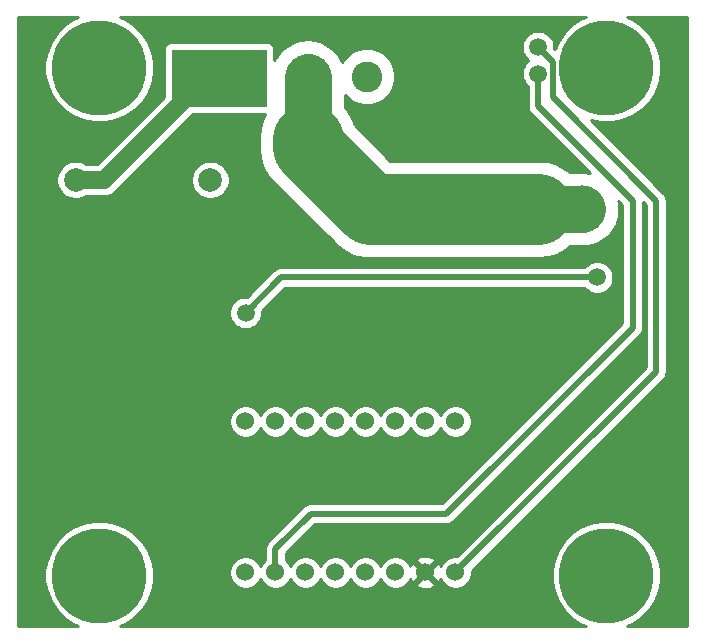
<source format=gbr>
G04 #@! TF.GenerationSoftware,KiCad,Pcbnew,(5.1.4-0-10_14)*
G04 #@! TF.CreationDate,2020-08-02T20:06:06+03:00*
G04 #@! TF.ProjectId,smart-plug,736d6172-742d-4706-9c75-672e6b696361,rev?*
G04 #@! TF.SameCoordinates,Original*
G04 #@! TF.FileFunction,Copper,L2,Bot*
G04 #@! TF.FilePolarity,Positive*
%FSLAX46Y46*%
G04 Gerber Fmt 4.6, Leading zero omitted, Abs format (unit mm)*
G04 Created by KiCad (PCBNEW (5.1.4-0-10_14)) date 2020-08-02 20:06:06*
%MOMM*%
%LPD*%
G04 APERTURE LIST*
%ADD10C,0.100000*%
%ADD11C,1.524000*%
%ADD12C,2.000000*%
%ADD13C,2.600000*%
%ADD14R,2.600000X2.600000*%
%ADD15C,8.000000*%
%ADD16C,1.500000*%
%ADD17C,4.000000*%
%ADD18C,1.500000*%
%ADD19C,0.508000*%
%ADD20C,4.000000*%
%ADD21C,6.000000*%
%ADD22C,0.254000*%
G04 APERTURE END LIST*
D10*
G36*
X137750000Y-61250000D02*
G01*
X129750000Y-61250000D01*
X129750000Y-56500000D01*
X137750000Y-56500000D01*
X137750000Y-61250000D01*
G37*
X137750000Y-61250000D02*
X129750000Y-61250000D01*
X129750000Y-56500000D01*
X137750000Y-56500000D01*
X137750000Y-61250000D01*
D11*
X153760000Y-100740000D03*
X151220000Y-100740000D03*
X148680000Y-100740000D03*
X146140000Y-100740000D03*
X143600000Y-100740000D03*
X141060000Y-100740000D03*
X138520000Y-100740000D03*
X135980000Y-100740000D03*
X153760000Y-87950000D03*
X151220000Y-87950000D03*
X148680000Y-87950000D03*
X146140000Y-87950000D03*
X143600000Y-87950000D03*
X141060000Y-87950000D03*
X138520000Y-87950000D03*
X135980000Y-87950000D03*
D12*
X133000000Y-67500000D03*
X121600000Y-67500000D03*
D13*
X146250000Y-58750000D03*
X141250000Y-58750000D03*
X136250000Y-58750000D03*
D14*
X131250000Y-58750000D03*
D15*
X123592000Y-100998000D03*
X166535000Y-57998000D03*
X123592000Y-57998000D03*
X166535000Y-100998000D03*
D16*
X135750000Y-69500000D03*
X121500000Y-63500000D03*
X160750000Y-56250000D03*
X135987500Y-78762500D03*
X165750000Y-75750000D03*
D17*
X164500000Y-70000000D03*
D16*
X160750000Y-58500000D03*
D18*
X124000000Y-67500000D02*
X131250000Y-60250000D01*
X131250000Y-60250000D02*
X131250000Y-58750000D01*
X121600000Y-67500000D02*
X124000000Y-67500000D01*
D19*
X162008001Y-57508001D02*
X160750000Y-56250000D01*
X162008001Y-60508001D02*
X162008001Y-57508001D01*
X170750000Y-69250000D02*
X162008001Y-60508001D01*
X170750000Y-83750000D02*
X169125000Y-85375000D01*
X170750000Y-69250000D02*
X170750000Y-83750000D01*
X169125000Y-85375000D02*
X153760000Y-100740000D01*
X170000000Y-84500000D02*
X169125000Y-85375000D01*
X139000000Y-75750000D02*
X135987500Y-78762500D01*
X165750000Y-75750000D02*
X139000000Y-75750000D01*
D20*
X164500000Y-70000000D02*
X160750000Y-70000000D01*
X141250000Y-58750000D02*
X141250000Y-64000000D01*
D21*
X146500000Y-70000000D02*
X141250000Y-64750000D01*
X141250000Y-64750000D02*
X141250000Y-64000000D01*
X160750000Y-70000000D02*
X146500000Y-70000000D01*
D19*
X168750000Y-69250000D02*
X160750000Y-61250000D01*
X168750000Y-80000000D02*
X168750000Y-69250000D01*
X141500000Y-95750000D02*
X153000000Y-95750000D01*
X138520000Y-98730000D02*
X141500000Y-95750000D01*
X153000000Y-95750000D02*
X168750000Y-80000000D01*
X160750000Y-61250000D02*
X160750000Y-58500000D01*
X138520000Y-100740000D02*
X138520000Y-98730000D01*
D22*
G36*
X121396504Y-53890516D02*
G01*
X120637360Y-54397760D01*
X119991760Y-55043360D01*
X119484516Y-55802504D01*
X119135120Y-56646020D01*
X118957000Y-57541492D01*
X118957000Y-58454508D01*
X119135120Y-59349980D01*
X119484516Y-60193496D01*
X119991760Y-60952640D01*
X120637360Y-61598240D01*
X121396504Y-62105484D01*
X122240020Y-62454880D01*
X123135492Y-62633000D01*
X124048508Y-62633000D01*
X124943980Y-62454880D01*
X125787496Y-62105484D01*
X126546640Y-61598240D01*
X127192240Y-60952640D01*
X127699484Y-60193496D01*
X128048880Y-59349980D01*
X128227000Y-58454508D01*
X128227000Y-57541492D01*
X128048880Y-56646020D01*
X127699484Y-55802504D01*
X127192240Y-55043360D01*
X126546640Y-54397760D01*
X125787496Y-53890516D01*
X125346864Y-53708000D01*
X164780136Y-53708000D01*
X164339504Y-53890516D01*
X163580360Y-54397760D01*
X162934760Y-55043360D01*
X162427516Y-55802504D01*
X162173350Y-56416114D01*
X162135000Y-56377764D01*
X162135000Y-56113589D01*
X162081775Y-55846011D01*
X161977371Y-55593957D01*
X161825799Y-55367114D01*
X161632886Y-55174201D01*
X161406043Y-55022629D01*
X161153989Y-54918225D01*
X160886411Y-54865000D01*
X160613589Y-54865000D01*
X160346011Y-54918225D01*
X160093957Y-55022629D01*
X159867114Y-55174201D01*
X159674201Y-55367114D01*
X159522629Y-55593957D01*
X159418225Y-55846011D01*
X159365000Y-56113589D01*
X159365000Y-56386411D01*
X159418225Y-56653989D01*
X159522629Y-56906043D01*
X159674201Y-57132886D01*
X159867114Y-57325799D01*
X159940748Y-57375000D01*
X159867114Y-57424201D01*
X159674201Y-57617114D01*
X159522629Y-57843957D01*
X159418225Y-58096011D01*
X159365000Y-58363589D01*
X159365000Y-58636411D01*
X159418225Y-58903989D01*
X159522629Y-59156043D01*
X159674201Y-59382886D01*
X159861001Y-59569686D01*
X159861000Y-61206340D01*
X159856700Y-61250000D01*
X159861000Y-61293660D01*
X159861000Y-61293666D01*
X159873864Y-61424273D01*
X159902857Y-61519850D01*
X159924698Y-61591852D01*
X159935358Y-61611795D01*
X160007247Y-61746290D01*
X160118341Y-61881659D01*
X160152264Y-61909499D01*
X165181915Y-66939150D01*
X165112999Y-66918245D01*
X164959381Y-66903115D01*
X164807983Y-66873000D01*
X163445166Y-66873000D01*
X163053932Y-66551922D01*
X162336976Y-66168701D01*
X161559033Y-65932715D01*
X160952738Y-65873000D01*
X148209459Y-65873000D01*
X145225782Y-62889323D01*
X145081299Y-62413025D01*
X144698078Y-61696068D01*
X144377000Y-61304834D01*
X144377000Y-60309296D01*
X144702878Y-60635174D01*
X145100385Y-60900779D01*
X145542070Y-61083732D01*
X146010961Y-61177000D01*
X146489039Y-61177000D01*
X146957930Y-61083732D01*
X147399615Y-60900779D01*
X147797122Y-60635174D01*
X148135174Y-60297122D01*
X148400779Y-59899615D01*
X148583732Y-59457930D01*
X148677000Y-58989039D01*
X148677000Y-58510961D01*
X148583732Y-58042070D01*
X148400779Y-57600385D01*
X148135174Y-57202878D01*
X147797122Y-56864826D01*
X147399615Y-56599221D01*
X146957930Y-56416268D01*
X146489039Y-56323000D01*
X146010961Y-56323000D01*
X145542070Y-56416268D01*
X145100385Y-56599221D01*
X144702878Y-56864826D01*
X144364826Y-57202878D01*
X144144758Y-57532233D01*
X143862586Y-57004326D01*
X143471821Y-56528179D01*
X142995673Y-56137414D01*
X142452440Y-55847050D01*
X141862998Y-55668245D01*
X141250000Y-55607870D01*
X140637001Y-55668245D01*
X140047559Y-55847050D01*
X139504326Y-56137414D01*
X139028179Y-56528179D01*
X138637414Y-57004327D01*
X138435000Y-57383017D01*
X138435000Y-56500000D01*
X138428710Y-56435855D01*
X138422867Y-56371644D01*
X138422188Y-56369338D01*
X138421954Y-56366949D01*
X138403334Y-56305277D01*
X138385121Y-56243394D01*
X138384008Y-56241264D01*
X138383314Y-56238967D01*
X138353084Y-56182114D01*
X138323184Y-56124919D01*
X138321677Y-56123045D01*
X138320551Y-56120927D01*
X138279843Y-56071014D01*
X138239414Y-56020731D01*
X138237573Y-56019187D01*
X138236056Y-56017326D01*
X138186384Y-55976234D01*
X138137002Y-55934797D01*
X138134898Y-55933640D01*
X138133047Y-55932109D01*
X138076361Y-55901459D01*
X138019850Y-55870392D01*
X138017558Y-55869665D01*
X138015448Y-55868524D01*
X137953916Y-55849476D01*
X137892420Y-55829969D01*
X137890032Y-55829701D01*
X137887738Y-55828991D01*
X137823634Y-55822254D01*
X137759564Y-55815067D01*
X137754950Y-55815035D01*
X137754782Y-55815017D01*
X137754614Y-55815032D01*
X137750000Y-55815000D01*
X129750000Y-55815000D01*
X129685855Y-55821290D01*
X129621644Y-55827133D01*
X129619338Y-55827812D01*
X129616949Y-55828046D01*
X129555277Y-55846666D01*
X129493394Y-55864879D01*
X129491264Y-55865992D01*
X129488967Y-55866686D01*
X129432114Y-55896916D01*
X129374919Y-55926816D01*
X129373045Y-55928323D01*
X129370927Y-55929449D01*
X129321014Y-55970157D01*
X129270731Y-56010586D01*
X129269187Y-56012427D01*
X129267326Y-56013944D01*
X129226234Y-56063616D01*
X129184797Y-56112998D01*
X129183640Y-56115102D01*
X129182109Y-56116953D01*
X129151459Y-56173639D01*
X129120392Y-56230150D01*
X129119665Y-56232442D01*
X129118524Y-56234552D01*
X129099476Y-56296084D01*
X129079969Y-56357580D01*
X129079701Y-56359968D01*
X129078991Y-56362262D01*
X129072254Y-56426366D01*
X129065067Y-56490436D01*
X129065035Y-56495050D01*
X129065017Y-56495218D01*
X129065032Y-56495386D01*
X129065000Y-56500000D01*
X129065000Y-60476314D01*
X123426315Y-66115000D01*
X122470123Y-66115000D01*
X122374463Y-66051082D01*
X122076912Y-65927832D01*
X121761033Y-65865000D01*
X121438967Y-65865000D01*
X121123088Y-65927832D01*
X120825537Y-66051082D01*
X120557748Y-66230013D01*
X120330013Y-66457748D01*
X120151082Y-66725537D01*
X120027832Y-67023088D01*
X119965000Y-67338967D01*
X119965000Y-67661033D01*
X120027832Y-67976912D01*
X120151082Y-68274463D01*
X120330013Y-68542252D01*
X120557748Y-68769987D01*
X120825537Y-68948918D01*
X121123088Y-69072168D01*
X121438967Y-69135000D01*
X121761033Y-69135000D01*
X122076912Y-69072168D01*
X122374463Y-68948918D01*
X122470123Y-68885000D01*
X123931971Y-68885000D01*
X124000000Y-68891700D01*
X124068029Y-68885000D01*
X124068037Y-68885000D01*
X124271507Y-68864960D01*
X124532581Y-68785764D01*
X124773188Y-68657157D01*
X124984081Y-68484081D01*
X125027454Y-68431231D01*
X126119718Y-67338967D01*
X131365000Y-67338967D01*
X131365000Y-67661033D01*
X131427832Y-67976912D01*
X131551082Y-68274463D01*
X131730013Y-68542252D01*
X131957748Y-68769987D01*
X132225537Y-68948918D01*
X132523088Y-69072168D01*
X132838967Y-69135000D01*
X133161033Y-69135000D01*
X133476912Y-69072168D01*
X133774463Y-68948918D01*
X134042252Y-68769987D01*
X134269987Y-68542252D01*
X134448918Y-68274463D01*
X134572168Y-67976912D01*
X134635000Y-67661033D01*
X134635000Y-67338967D01*
X134572168Y-67023088D01*
X134448918Y-66725537D01*
X134269987Y-66457748D01*
X134042252Y-66230013D01*
X133774463Y-66051082D01*
X133476912Y-65927832D01*
X133161033Y-65865000D01*
X132838967Y-65865000D01*
X132523088Y-65927832D01*
X132225537Y-66051082D01*
X131957748Y-66230013D01*
X131730013Y-66457748D01*
X131551082Y-66725537D01*
X131427832Y-67023088D01*
X131365000Y-67338967D01*
X126119718Y-67338967D01*
X131523686Y-61935000D01*
X137674210Y-61935000D01*
X137418701Y-62413024D01*
X137182715Y-63190967D01*
X137123000Y-63797262D01*
X137123000Y-64547270D01*
X137103033Y-64750000D01*
X137123000Y-64952730D01*
X137123000Y-64952737D01*
X137182715Y-65559032D01*
X137418701Y-66336975D01*
X137801922Y-67053932D01*
X138317651Y-67682349D01*
X138475129Y-67811588D01*
X143438412Y-72774871D01*
X143567651Y-72932349D01*
X144196068Y-73448078D01*
X144913024Y-73831299D01*
X145454980Y-73995699D01*
X145690966Y-74067285D01*
X145770503Y-74075119D01*
X146297262Y-74127000D01*
X146297269Y-74127000D01*
X146499999Y-74146967D01*
X146702730Y-74127000D01*
X160952738Y-74127000D01*
X161559033Y-74067285D01*
X162336976Y-73831299D01*
X163053932Y-73448078D01*
X163445166Y-73127000D01*
X164807983Y-73127000D01*
X164959381Y-73096885D01*
X165112999Y-73081755D01*
X165260716Y-73036946D01*
X165412112Y-73006831D01*
X165554722Y-72947760D01*
X165702441Y-72902950D01*
X165838581Y-72830181D01*
X165981190Y-72771111D01*
X166109533Y-72685355D01*
X166245674Y-72612586D01*
X166365002Y-72514656D01*
X166493346Y-72428899D01*
X166602497Y-72319748D01*
X166721821Y-72221821D01*
X166819748Y-72102497D01*
X166928899Y-71993346D01*
X167014656Y-71865002D01*
X167112586Y-71745674D01*
X167185355Y-71609533D01*
X167271111Y-71481190D01*
X167330181Y-71338581D01*
X167402950Y-71202441D01*
X167447760Y-71054722D01*
X167506831Y-70912112D01*
X167536946Y-70760716D01*
X167581755Y-70612999D01*
X167596885Y-70459381D01*
X167627000Y-70307983D01*
X167627000Y-70153618D01*
X167642130Y-70000000D01*
X167627000Y-69846382D01*
X167627000Y-69692017D01*
X167596885Y-69540619D01*
X167581755Y-69387001D01*
X167560850Y-69318086D01*
X167861001Y-69618237D01*
X167861000Y-79631764D01*
X152631765Y-94861000D01*
X141543659Y-94861000D01*
X141499999Y-94856700D01*
X141456339Y-94861000D01*
X141456333Y-94861000D01*
X141358924Y-94870594D01*
X141325724Y-94873864D01*
X141224058Y-94904704D01*
X141158149Y-94924697D01*
X141003709Y-95007247D01*
X140868341Y-95118341D01*
X140840501Y-95152264D01*
X137922259Y-98070506D01*
X137888342Y-98098341D01*
X137860507Y-98132258D01*
X137860505Y-98132260D01*
X137777248Y-98233709D01*
X137694698Y-98388148D01*
X137643864Y-98555726D01*
X137626700Y-98730000D01*
X137631001Y-98773670D01*
X137631001Y-99653854D01*
X137629465Y-99654880D01*
X137434880Y-99849465D01*
X137281995Y-100078273D01*
X137250000Y-100155515D01*
X137218005Y-100078273D01*
X137065120Y-99849465D01*
X136870535Y-99654880D01*
X136641727Y-99501995D01*
X136387490Y-99396686D01*
X136117592Y-99343000D01*
X135842408Y-99343000D01*
X135572510Y-99396686D01*
X135318273Y-99501995D01*
X135089465Y-99654880D01*
X134894880Y-99849465D01*
X134741995Y-100078273D01*
X134636686Y-100332510D01*
X134583000Y-100602408D01*
X134583000Y-100877592D01*
X134636686Y-101147490D01*
X134741995Y-101401727D01*
X134894880Y-101630535D01*
X135089465Y-101825120D01*
X135318273Y-101978005D01*
X135572510Y-102083314D01*
X135842408Y-102137000D01*
X136117592Y-102137000D01*
X136387490Y-102083314D01*
X136641727Y-101978005D01*
X136870535Y-101825120D01*
X137065120Y-101630535D01*
X137218005Y-101401727D01*
X137250000Y-101324485D01*
X137281995Y-101401727D01*
X137434880Y-101630535D01*
X137629465Y-101825120D01*
X137858273Y-101978005D01*
X138112510Y-102083314D01*
X138382408Y-102137000D01*
X138657592Y-102137000D01*
X138927490Y-102083314D01*
X139181727Y-101978005D01*
X139410535Y-101825120D01*
X139605120Y-101630535D01*
X139758005Y-101401727D01*
X139790000Y-101324485D01*
X139821995Y-101401727D01*
X139974880Y-101630535D01*
X140169465Y-101825120D01*
X140398273Y-101978005D01*
X140652510Y-102083314D01*
X140922408Y-102137000D01*
X141197592Y-102137000D01*
X141467490Y-102083314D01*
X141721727Y-101978005D01*
X141950535Y-101825120D01*
X142145120Y-101630535D01*
X142298005Y-101401727D01*
X142330000Y-101324485D01*
X142361995Y-101401727D01*
X142514880Y-101630535D01*
X142709465Y-101825120D01*
X142938273Y-101978005D01*
X143192510Y-102083314D01*
X143462408Y-102137000D01*
X143737592Y-102137000D01*
X144007490Y-102083314D01*
X144261727Y-101978005D01*
X144490535Y-101825120D01*
X144685120Y-101630535D01*
X144838005Y-101401727D01*
X144870000Y-101324485D01*
X144901995Y-101401727D01*
X145054880Y-101630535D01*
X145249465Y-101825120D01*
X145478273Y-101978005D01*
X145732510Y-102083314D01*
X146002408Y-102137000D01*
X146277592Y-102137000D01*
X146547490Y-102083314D01*
X146801727Y-101978005D01*
X147030535Y-101825120D01*
X147225120Y-101630535D01*
X147378005Y-101401727D01*
X147410000Y-101324485D01*
X147441995Y-101401727D01*
X147594880Y-101630535D01*
X147789465Y-101825120D01*
X148018273Y-101978005D01*
X148272510Y-102083314D01*
X148542408Y-102137000D01*
X148817592Y-102137000D01*
X149087490Y-102083314D01*
X149341727Y-101978005D01*
X149570535Y-101825120D01*
X149690090Y-101705565D01*
X150434040Y-101705565D01*
X150501020Y-101945656D01*
X150750048Y-102062756D01*
X151017135Y-102129023D01*
X151292017Y-102141910D01*
X151564133Y-102100922D01*
X151823023Y-102007636D01*
X151938980Y-101945656D01*
X152005960Y-101705565D01*
X151220000Y-100919605D01*
X150434040Y-101705565D01*
X149690090Y-101705565D01*
X149765120Y-101630535D01*
X149918005Y-101401727D01*
X149947692Y-101330057D01*
X149952364Y-101343023D01*
X150014344Y-101458980D01*
X150254435Y-101525960D01*
X151040395Y-100740000D01*
X150254435Y-99954040D01*
X150014344Y-100021020D01*
X149950515Y-100156760D01*
X149918005Y-100078273D01*
X149765120Y-99849465D01*
X149690090Y-99774435D01*
X150434040Y-99774435D01*
X151220000Y-100560395D01*
X152005960Y-99774435D01*
X151938980Y-99534344D01*
X151689952Y-99417244D01*
X151422865Y-99350977D01*
X151147983Y-99338090D01*
X150875867Y-99379078D01*
X150616977Y-99472364D01*
X150501020Y-99534344D01*
X150434040Y-99774435D01*
X149690090Y-99774435D01*
X149570535Y-99654880D01*
X149341727Y-99501995D01*
X149087490Y-99396686D01*
X148817592Y-99343000D01*
X148542408Y-99343000D01*
X148272510Y-99396686D01*
X148018273Y-99501995D01*
X147789465Y-99654880D01*
X147594880Y-99849465D01*
X147441995Y-100078273D01*
X147410000Y-100155515D01*
X147378005Y-100078273D01*
X147225120Y-99849465D01*
X147030535Y-99654880D01*
X146801727Y-99501995D01*
X146547490Y-99396686D01*
X146277592Y-99343000D01*
X146002408Y-99343000D01*
X145732510Y-99396686D01*
X145478273Y-99501995D01*
X145249465Y-99654880D01*
X145054880Y-99849465D01*
X144901995Y-100078273D01*
X144870000Y-100155515D01*
X144838005Y-100078273D01*
X144685120Y-99849465D01*
X144490535Y-99654880D01*
X144261727Y-99501995D01*
X144007490Y-99396686D01*
X143737592Y-99343000D01*
X143462408Y-99343000D01*
X143192510Y-99396686D01*
X142938273Y-99501995D01*
X142709465Y-99654880D01*
X142514880Y-99849465D01*
X142361995Y-100078273D01*
X142330000Y-100155515D01*
X142298005Y-100078273D01*
X142145120Y-99849465D01*
X141950535Y-99654880D01*
X141721727Y-99501995D01*
X141467490Y-99396686D01*
X141197592Y-99343000D01*
X140922408Y-99343000D01*
X140652510Y-99396686D01*
X140398273Y-99501995D01*
X140169465Y-99654880D01*
X139974880Y-99849465D01*
X139821995Y-100078273D01*
X139790000Y-100155515D01*
X139758005Y-100078273D01*
X139605120Y-99849465D01*
X139410535Y-99654880D01*
X139409000Y-99653854D01*
X139409000Y-99098235D01*
X141868235Y-96639000D01*
X152956340Y-96639000D01*
X153000000Y-96643300D01*
X153043660Y-96639000D01*
X153043667Y-96639000D01*
X153174274Y-96626136D01*
X153341851Y-96575303D01*
X153496291Y-96492753D01*
X153631659Y-96381659D01*
X153659499Y-96347736D01*
X169347743Y-80659493D01*
X169381659Y-80631659D01*
X169492753Y-80496291D01*
X169575303Y-80341851D01*
X169626136Y-80174274D01*
X169634016Y-80094275D01*
X169643301Y-80000000D01*
X169639000Y-79956332D01*
X169639000Y-69396236D01*
X169861000Y-69618236D01*
X169861001Y-83381763D01*
X169402259Y-83840505D01*
X168917040Y-84325725D01*
X153899404Y-99343361D01*
X153897592Y-99343000D01*
X153622408Y-99343000D01*
X153352510Y-99396686D01*
X153098273Y-99501995D01*
X152869465Y-99654880D01*
X152674880Y-99849465D01*
X152521995Y-100078273D01*
X152492308Y-100149943D01*
X152487636Y-100136977D01*
X152425656Y-100021020D01*
X152185565Y-99954040D01*
X151399605Y-100740000D01*
X152185565Y-101525960D01*
X152425656Y-101458980D01*
X152489485Y-101323240D01*
X152521995Y-101401727D01*
X152674880Y-101630535D01*
X152869465Y-101825120D01*
X153098273Y-101978005D01*
X153352510Y-102083314D01*
X153622408Y-102137000D01*
X153897592Y-102137000D01*
X154167490Y-102083314D01*
X154421727Y-101978005D01*
X154650535Y-101825120D01*
X154845120Y-101630535D01*
X154998005Y-101401727D01*
X155103314Y-101147490D01*
X155157000Y-100877592D01*
X155157000Y-100602408D01*
X155156639Y-100600596D01*
X169784494Y-85972741D01*
X170659495Y-85097741D01*
X171347742Y-84409494D01*
X171381659Y-84381659D01*
X171492753Y-84246291D01*
X171575303Y-84091851D01*
X171626136Y-83924274D01*
X171639000Y-83793667D01*
X171639000Y-83793661D01*
X171643300Y-83750001D01*
X171639000Y-83706341D01*
X171639000Y-69293668D01*
X171643301Y-69250000D01*
X171626136Y-69075725D01*
X171610716Y-69024892D01*
X171575303Y-68908149D01*
X171492753Y-68753709D01*
X171381659Y-68618341D01*
X171347743Y-68590507D01*
X165219340Y-62462104D01*
X166078492Y-62633000D01*
X166991508Y-62633000D01*
X167886980Y-62454880D01*
X168730496Y-62105484D01*
X169489640Y-61598240D01*
X170135240Y-60952640D01*
X170642484Y-60193496D01*
X170991880Y-59349980D01*
X171170000Y-58454508D01*
X171170000Y-57541492D01*
X170991880Y-56646020D01*
X170642484Y-55802504D01*
X170135240Y-55043360D01*
X169489640Y-54397760D01*
X168730496Y-53890516D01*
X168289864Y-53708000D01*
X173325000Y-53708000D01*
X173325001Y-105288000D01*
X168289864Y-105288000D01*
X168730496Y-105105484D01*
X169489640Y-104598240D01*
X170135240Y-103952640D01*
X170642484Y-103193496D01*
X170991880Y-102349980D01*
X171170000Y-101454508D01*
X171170000Y-100541492D01*
X170991880Y-99646020D01*
X170642484Y-98802504D01*
X170135240Y-98043360D01*
X169489640Y-97397760D01*
X168730496Y-96890516D01*
X167886980Y-96541120D01*
X166991508Y-96363000D01*
X166078492Y-96363000D01*
X165183020Y-96541120D01*
X164339504Y-96890516D01*
X163580360Y-97397760D01*
X162934760Y-98043360D01*
X162427516Y-98802504D01*
X162078120Y-99646020D01*
X161900000Y-100541492D01*
X161900000Y-101454508D01*
X162078120Y-102349980D01*
X162427516Y-103193496D01*
X162934760Y-103952640D01*
X163580360Y-104598240D01*
X164339504Y-105105484D01*
X164780136Y-105288000D01*
X125346864Y-105288000D01*
X125787496Y-105105484D01*
X126546640Y-104598240D01*
X127192240Y-103952640D01*
X127699484Y-103193496D01*
X128048880Y-102349980D01*
X128227000Y-101454508D01*
X128227000Y-100541492D01*
X128048880Y-99646020D01*
X127699484Y-98802504D01*
X127192240Y-98043360D01*
X126546640Y-97397760D01*
X125787496Y-96890516D01*
X124943980Y-96541120D01*
X124048508Y-96363000D01*
X123135492Y-96363000D01*
X122240020Y-96541120D01*
X121396504Y-96890516D01*
X120637360Y-97397760D01*
X119991760Y-98043360D01*
X119484516Y-98802504D01*
X119135120Y-99646020D01*
X118957000Y-100541492D01*
X118957000Y-101454508D01*
X119135120Y-102349980D01*
X119484516Y-103193496D01*
X119991760Y-103952640D01*
X120637360Y-104598240D01*
X121396504Y-105105484D01*
X121837136Y-105288000D01*
X116745000Y-105288000D01*
X116745000Y-87812408D01*
X134583000Y-87812408D01*
X134583000Y-88087592D01*
X134636686Y-88357490D01*
X134741995Y-88611727D01*
X134894880Y-88840535D01*
X135089465Y-89035120D01*
X135318273Y-89188005D01*
X135572510Y-89293314D01*
X135842408Y-89347000D01*
X136117592Y-89347000D01*
X136387490Y-89293314D01*
X136641727Y-89188005D01*
X136870535Y-89035120D01*
X137065120Y-88840535D01*
X137218005Y-88611727D01*
X137250000Y-88534485D01*
X137281995Y-88611727D01*
X137434880Y-88840535D01*
X137629465Y-89035120D01*
X137858273Y-89188005D01*
X138112510Y-89293314D01*
X138382408Y-89347000D01*
X138657592Y-89347000D01*
X138927490Y-89293314D01*
X139181727Y-89188005D01*
X139410535Y-89035120D01*
X139605120Y-88840535D01*
X139758005Y-88611727D01*
X139790000Y-88534485D01*
X139821995Y-88611727D01*
X139974880Y-88840535D01*
X140169465Y-89035120D01*
X140398273Y-89188005D01*
X140652510Y-89293314D01*
X140922408Y-89347000D01*
X141197592Y-89347000D01*
X141467490Y-89293314D01*
X141721727Y-89188005D01*
X141950535Y-89035120D01*
X142145120Y-88840535D01*
X142298005Y-88611727D01*
X142330000Y-88534485D01*
X142361995Y-88611727D01*
X142514880Y-88840535D01*
X142709465Y-89035120D01*
X142938273Y-89188005D01*
X143192510Y-89293314D01*
X143462408Y-89347000D01*
X143737592Y-89347000D01*
X144007490Y-89293314D01*
X144261727Y-89188005D01*
X144490535Y-89035120D01*
X144685120Y-88840535D01*
X144838005Y-88611727D01*
X144870000Y-88534485D01*
X144901995Y-88611727D01*
X145054880Y-88840535D01*
X145249465Y-89035120D01*
X145478273Y-89188005D01*
X145732510Y-89293314D01*
X146002408Y-89347000D01*
X146277592Y-89347000D01*
X146547490Y-89293314D01*
X146801727Y-89188005D01*
X147030535Y-89035120D01*
X147225120Y-88840535D01*
X147378005Y-88611727D01*
X147410000Y-88534485D01*
X147441995Y-88611727D01*
X147594880Y-88840535D01*
X147789465Y-89035120D01*
X148018273Y-89188005D01*
X148272510Y-89293314D01*
X148542408Y-89347000D01*
X148817592Y-89347000D01*
X149087490Y-89293314D01*
X149341727Y-89188005D01*
X149570535Y-89035120D01*
X149765120Y-88840535D01*
X149918005Y-88611727D01*
X149950000Y-88534485D01*
X149981995Y-88611727D01*
X150134880Y-88840535D01*
X150329465Y-89035120D01*
X150558273Y-89188005D01*
X150812510Y-89293314D01*
X151082408Y-89347000D01*
X151357592Y-89347000D01*
X151627490Y-89293314D01*
X151881727Y-89188005D01*
X152110535Y-89035120D01*
X152305120Y-88840535D01*
X152458005Y-88611727D01*
X152490000Y-88534485D01*
X152521995Y-88611727D01*
X152674880Y-88840535D01*
X152869465Y-89035120D01*
X153098273Y-89188005D01*
X153352510Y-89293314D01*
X153622408Y-89347000D01*
X153897592Y-89347000D01*
X154167490Y-89293314D01*
X154421727Y-89188005D01*
X154650535Y-89035120D01*
X154845120Y-88840535D01*
X154998005Y-88611727D01*
X155103314Y-88357490D01*
X155157000Y-88087592D01*
X155157000Y-87812408D01*
X155103314Y-87542510D01*
X154998005Y-87288273D01*
X154845120Y-87059465D01*
X154650535Y-86864880D01*
X154421727Y-86711995D01*
X154167490Y-86606686D01*
X153897592Y-86553000D01*
X153622408Y-86553000D01*
X153352510Y-86606686D01*
X153098273Y-86711995D01*
X152869465Y-86864880D01*
X152674880Y-87059465D01*
X152521995Y-87288273D01*
X152490000Y-87365515D01*
X152458005Y-87288273D01*
X152305120Y-87059465D01*
X152110535Y-86864880D01*
X151881727Y-86711995D01*
X151627490Y-86606686D01*
X151357592Y-86553000D01*
X151082408Y-86553000D01*
X150812510Y-86606686D01*
X150558273Y-86711995D01*
X150329465Y-86864880D01*
X150134880Y-87059465D01*
X149981995Y-87288273D01*
X149950000Y-87365515D01*
X149918005Y-87288273D01*
X149765120Y-87059465D01*
X149570535Y-86864880D01*
X149341727Y-86711995D01*
X149087490Y-86606686D01*
X148817592Y-86553000D01*
X148542408Y-86553000D01*
X148272510Y-86606686D01*
X148018273Y-86711995D01*
X147789465Y-86864880D01*
X147594880Y-87059465D01*
X147441995Y-87288273D01*
X147410000Y-87365515D01*
X147378005Y-87288273D01*
X147225120Y-87059465D01*
X147030535Y-86864880D01*
X146801727Y-86711995D01*
X146547490Y-86606686D01*
X146277592Y-86553000D01*
X146002408Y-86553000D01*
X145732510Y-86606686D01*
X145478273Y-86711995D01*
X145249465Y-86864880D01*
X145054880Y-87059465D01*
X144901995Y-87288273D01*
X144870000Y-87365515D01*
X144838005Y-87288273D01*
X144685120Y-87059465D01*
X144490535Y-86864880D01*
X144261727Y-86711995D01*
X144007490Y-86606686D01*
X143737592Y-86553000D01*
X143462408Y-86553000D01*
X143192510Y-86606686D01*
X142938273Y-86711995D01*
X142709465Y-86864880D01*
X142514880Y-87059465D01*
X142361995Y-87288273D01*
X142330000Y-87365515D01*
X142298005Y-87288273D01*
X142145120Y-87059465D01*
X141950535Y-86864880D01*
X141721727Y-86711995D01*
X141467490Y-86606686D01*
X141197592Y-86553000D01*
X140922408Y-86553000D01*
X140652510Y-86606686D01*
X140398273Y-86711995D01*
X140169465Y-86864880D01*
X139974880Y-87059465D01*
X139821995Y-87288273D01*
X139790000Y-87365515D01*
X139758005Y-87288273D01*
X139605120Y-87059465D01*
X139410535Y-86864880D01*
X139181727Y-86711995D01*
X138927490Y-86606686D01*
X138657592Y-86553000D01*
X138382408Y-86553000D01*
X138112510Y-86606686D01*
X137858273Y-86711995D01*
X137629465Y-86864880D01*
X137434880Y-87059465D01*
X137281995Y-87288273D01*
X137250000Y-87365515D01*
X137218005Y-87288273D01*
X137065120Y-87059465D01*
X136870535Y-86864880D01*
X136641727Y-86711995D01*
X136387490Y-86606686D01*
X136117592Y-86553000D01*
X135842408Y-86553000D01*
X135572510Y-86606686D01*
X135318273Y-86711995D01*
X135089465Y-86864880D01*
X134894880Y-87059465D01*
X134741995Y-87288273D01*
X134636686Y-87542510D01*
X134583000Y-87812408D01*
X116745000Y-87812408D01*
X116745000Y-78626089D01*
X134602500Y-78626089D01*
X134602500Y-78898911D01*
X134655725Y-79166489D01*
X134760129Y-79418543D01*
X134911701Y-79645386D01*
X135104614Y-79838299D01*
X135331457Y-79989871D01*
X135583511Y-80094275D01*
X135851089Y-80147500D01*
X136123911Y-80147500D01*
X136391489Y-80094275D01*
X136643543Y-79989871D01*
X136870386Y-79838299D01*
X137063299Y-79645386D01*
X137214871Y-79418543D01*
X137319275Y-79166489D01*
X137372500Y-78898911D01*
X137372500Y-78634735D01*
X139368235Y-76639000D01*
X164680315Y-76639000D01*
X164867114Y-76825799D01*
X165093957Y-76977371D01*
X165346011Y-77081775D01*
X165613589Y-77135000D01*
X165886411Y-77135000D01*
X166153989Y-77081775D01*
X166406043Y-76977371D01*
X166632886Y-76825799D01*
X166825799Y-76632886D01*
X166977371Y-76406043D01*
X167081775Y-76153989D01*
X167135000Y-75886411D01*
X167135000Y-75613589D01*
X167081775Y-75346011D01*
X166977371Y-75093957D01*
X166825799Y-74867114D01*
X166632886Y-74674201D01*
X166406043Y-74522629D01*
X166153989Y-74418225D01*
X165886411Y-74365000D01*
X165613589Y-74365000D01*
X165346011Y-74418225D01*
X165093957Y-74522629D01*
X164867114Y-74674201D01*
X164680315Y-74861000D01*
X139043659Y-74861000D01*
X138999999Y-74856700D01*
X138956339Y-74861000D01*
X138956333Y-74861000D01*
X138858924Y-74870594D01*
X138825724Y-74873864D01*
X138724058Y-74904704D01*
X138658149Y-74924697D01*
X138503709Y-75007247D01*
X138368341Y-75118341D01*
X138340501Y-75152264D01*
X136115265Y-77377500D01*
X135851089Y-77377500D01*
X135583511Y-77430725D01*
X135331457Y-77535129D01*
X135104614Y-77686701D01*
X134911701Y-77879614D01*
X134760129Y-78106457D01*
X134655725Y-78358511D01*
X134602500Y-78626089D01*
X116745000Y-78626089D01*
X116745000Y-53708000D01*
X121837136Y-53708000D01*
X121396504Y-53890516D01*
X121396504Y-53890516D01*
G37*
X121396504Y-53890516D02*
X120637360Y-54397760D01*
X119991760Y-55043360D01*
X119484516Y-55802504D01*
X119135120Y-56646020D01*
X118957000Y-57541492D01*
X118957000Y-58454508D01*
X119135120Y-59349980D01*
X119484516Y-60193496D01*
X119991760Y-60952640D01*
X120637360Y-61598240D01*
X121396504Y-62105484D01*
X122240020Y-62454880D01*
X123135492Y-62633000D01*
X124048508Y-62633000D01*
X124943980Y-62454880D01*
X125787496Y-62105484D01*
X126546640Y-61598240D01*
X127192240Y-60952640D01*
X127699484Y-60193496D01*
X128048880Y-59349980D01*
X128227000Y-58454508D01*
X128227000Y-57541492D01*
X128048880Y-56646020D01*
X127699484Y-55802504D01*
X127192240Y-55043360D01*
X126546640Y-54397760D01*
X125787496Y-53890516D01*
X125346864Y-53708000D01*
X164780136Y-53708000D01*
X164339504Y-53890516D01*
X163580360Y-54397760D01*
X162934760Y-55043360D01*
X162427516Y-55802504D01*
X162173350Y-56416114D01*
X162135000Y-56377764D01*
X162135000Y-56113589D01*
X162081775Y-55846011D01*
X161977371Y-55593957D01*
X161825799Y-55367114D01*
X161632886Y-55174201D01*
X161406043Y-55022629D01*
X161153989Y-54918225D01*
X160886411Y-54865000D01*
X160613589Y-54865000D01*
X160346011Y-54918225D01*
X160093957Y-55022629D01*
X159867114Y-55174201D01*
X159674201Y-55367114D01*
X159522629Y-55593957D01*
X159418225Y-55846011D01*
X159365000Y-56113589D01*
X159365000Y-56386411D01*
X159418225Y-56653989D01*
X159522629Y-56906043D01*
X159674201Y-57132886D01*
X159867114Y-57325799D01*
X159940748Y-57375000D01*
X159867114Y-57424201D01*
X159674201Y-57617114D01*
X159522629Y-57843957D01*
X159418225Y-58096011D01*
X159365000Y-58363589D01*
X159365000Y-58636411D01*
X159418225Y-58903989D01*
X159522629Y-59156043D01*
X159674201Y-59382886D01*
X159861001Y-59569686D01*
X159861000Y-61206340D01*
X159856700Y-61250000D01*
X159861000Y-61293660D01*
X159861000Y-61293666D01*
X159873864Y-61424273D01*
X159902857Y-61519850D01*
X159924698Y-61591852D01*
X159935358Y-61611795D01*
X160007247Y-61746290D01*
X160118341Y-61881659D01*
X160152264Y-61909499D01*
X165181915Y-66939150D01*
X165112999Y-66918245D01*
X164959381Y-66903115D01*
X164807983Y-66873000D01*
X163445166Y-66873000D01*
X163053932Y-66551922D01*
X162336976Y-66168701D01*
X161559033Y-65932715D01*
X160952738Y-65873000D01*
X148209459Y-65873000D01*
X145225782Y-62889323D01*
X145081299Y-62413025D01*
X144698078Y-61696068D01*
X144377000Y-61304834D01*
X144377000Y-60309296D01*
X144702878Y-60635174D01*
X145100385Y-60900779D01*
X145542070Y-61083732D01*
X146010961Y-61177000D01*
X146489039Y-61177000D01*
X146957930Y-61083732D01*
X147399615Y-60900779D01*
X147797122Y-60635174D01*
X148135174Y-60297122D01*
X148400779Y-59899615D01*
X148583732Y-59457930D01*
X148677000Y-58989039D01*
X148677000Y-58510961D01*
X148583732Y-58042070D01*
X148400779Y-57600385D01*
X148135174Y-57202878D01*
X147797122Y-56864826D01*
X147399615Y-56599221D01*
X146957930Y-56416268D01*
X146489039Y-56323000D01*
X146010961Y-56323000D01*
X145542070Y-56416268D01*
X145100385Y-56599221D01*
X144702878Y-56864826D01*
X144364826Y-57202878D01*
X144144758Y-57532233D01*
X143862586Y-57004326D01*
X143471821Y-56528179D01*
X142995673Y-56137414D01*
X142452440Y-55847050D01*
X141862998Y-55668245D01*
X141250000Y-55607870D01*
X140637001Y-55668245D01*
X140047559Y-55847050D01*
X139504326Y-56137414D01*
X139028179Y-56528179D01*
X138637414Y-57004327D01*
X138435000Y-57383017D01*
X138435000Y-56500000D01*
X138428710Y-56435855D01*
X138422867Y-56371644D01*
X138422188Y-56369338D01*
X138421954Y-56366949D01*
X138403334Y-56305277D01*
X138385121Y-56243394D01*
X138384008Y-56241264D01*
X138383314Y-56238967D01*
X138353084Y-56182114D01*
X138323184Y-56124919D01*
X138321677Y-56123045D01*
X138320551Y-56120927D01*
X138279843Y-56071014D01*
X138239414Y-56020731D01*
X138237573Y-56019187D01*
X138236056Y-56017326D01*
X138186384Y-55976234D01*
X138137002Y-55934797D01*
X138134898Y-55933640D01*
X138133047Y-55932109D01*
X138076361Y-55901459D01*
X138019850Y-55870392D01*
X138017558Y-55869665D01*
X138015448Y-55868524D01*
X137953916Y-55849476D01*
X137892420Y-55829969D01*
X137890032Y-55829701D01*
X137887738Y-55828991D01*
X137823634Y-55822254D01*
X137759564Y-55815067D01*
X137754950Y-55815035D01*
X137754782Y-55815017D01*
X137754614Y-55815032D01*
X137750000Y-55815000D01*
X129750000Y-55815000D01*
X129685855Y-55821290D01*
X129621644Y-55827133D01*
X129619338Y-55827812D01*
X129616949Y-55828046D01*
X129555277Y-55846666D01*
X129493394Y-55864879D01*
X129491264Y-55865992D01*
X129488967Y-55866686D01*
X129432114Y-55896916D01*
X129374919Y-55926816D01*
X129373045Y-55928323D01*
X129370927Y-55929449D01*
X129321014Y-55970157D01*
X129270731Y-56010586D01*
X129269187Y-56012427D01*
X129267326Y-56013944D01*
X129226234Y-56063616D01*
X129184797Y-56112998D01*
X129183640Y-56115102D01*
X129182109Y-56116953D01*
X129151459Y-56173639D01*
X129120392Y-56230150D01*
X129119665Y-56232442D01*
X129118524Y-56234552D01*
X129099476Y-56296084D01*
X129079969Y-56357580D01*
X129079701Y-56359968D01*
X129078991Y-56362262D01*
X129072254Y-56426366D01*
X129065067Y-56490436D01*
X129065035Y-56495050D01*
X129065017Y-56495218D01*
X129065032Y-56495386D01*
X129065000Y-56500000D01*
X129065000Y-60476314D01*
X123426315Y-66115000D01*
X122470123Y-66115000D01*
X122374463Y-66051082D01*
X122076912Y-65927832D01*
X121761033Y-65865000D01*
X121438967Y-65865000D01*
X121123088Y-65927832D01*
X120825537Y-66051082D01*
X120557748Y-66230013D01*
X120330013Y-66457748D01*
X120151082Y-66725537D01*
X120027832Y-67023088D01*
X119965000Y-67338967D01*
X119965000Y-67661033D01*
X120027832Y-67976912D01*
X120151082Y-68274463D01*
X120330013Y-68542252D01*
X120557748Y-68769987D01*
X120825537Y-68948918D01*
X121123088Y-69072168D01*
X121438967Y-69135000D01*
X121761033Y-69135000D01*
X122076912Y-69072168D01*
X122374463Y-68948918D01*
X122470123Y-68885000D01*
X123931971Y-68885000D01*
X124000000Y-68891700D01*
X124068029Y-68885000D01*
X124068037Y-68885000D01*
X124271507Y-68864960D01*
X124532581Y-68785764D01*
X124773188Y-68657157D01*
X124984081Y-68484081D01*
X125027454Y-68431231D01*
X126119718Y-67338967D01*
X131365000Y-67338967D01*
X131365000Y-67661033D01*
X131427832Y-67976912D01*
X131551082Y-68274463D01*
X131730013Y-68542252D01*
X131957748Y-68769987D01*
X132225537Y-68948918D01*
X132523088Y-69072168D01*
X132838967Y-69135000D01*
X133161033Y-69135000D01*
X133476912Y-69072168D01*
X133774463Y-68948918D01*
X134042252Y-68769987D01*
X134269987Y-68542252D01*
X134448918Y-68274463D01*
X134572168Y-67976912D01*
X134635000Y-67661033D01*
X134635000Y-67338967D01*
X134572168Y-67023088D01*
X134448918Y-66725537D01*
X134269987Y-66457748D01*
X134042252Y-66230013D01*
X133774463Y-66051082D01*
X133476912Y-65927832D01*
X133161033Y-65865000D01*
X132838967Y-65865000D01*
X132523088Y-65927832D01*
X132225537Y-66051082D01*
X131957748Y-66230013D01*
X131730013Y-66457748D01*
X131551082Y-66725537D01*
X131427832Y-67023088D01*
X131365000Y-67338967D01*
X126119718Y-67338967D01*
X131523686Y-61935000D01*
X137674210Y-61935000D01*
X137418701Y-62413024D01*
X137182715Y-63190967D01*
X137123000Y-63797262D01*
X137123000Y-64547270D01*
X137103033Y-64750000D01*
X137123000Y-64952730D01*
X137123000Y-64952737D01*
X137182715Y-65559032D01*
X137418701Y-66336975D01*
X137801922Y-67053932D01*
X138317651Y-67682349D01*
X138475129Y-67811588D01*
X143438412Y-72774871D01*
X143567651Y-72932349D01*
X144196068Y-73448078D01*
X144913024Y-73831299D01*
X145454980Y-73995699D01*
X145690966Y-74067285D01*
X145770503Y-74075119D01*
X146297262Y-74127000D01*
X146297269Y-74127000D01*
X146499999Y-74146967D01*
X146702730Y-74127000D01*
X160952738Y-74127000D01*
X161559033Y-74067285D01*
X162336976Y-73831299D01*
X163053932Y-73448078D01*
X163445166Y-73127000D01*
X164807983Y-73127000D01*
X164959381Y-73096885D01*
X165112999Y-73081755D01*
X165260716Y-73036946D01*
X165412112Y-73006831D01*
X165554722Y-72947760D01*
X165702441Y-72902950D01*
X165838581Y-72830181D01*
X165981190Y-72771111D01*
X166109533Y-72685355D01*
X166245674Y-72612586D01*
X166365002Y-72514656D01*
X166493346Y-72428899D01*
X166602497Y-72319748D01*
X166721821Y-72221821D01*
X166819748Y-72102497D01*
X166928899Y-71993346D01*
X167014656Y-71865002D01*
X167112586Y-71745674D01*
X167185355Y-71609533D01*
X167271111Y-71481190D01*
X167330181Y-71338581D01*
X167402950Y-71202441D01*
X167447760Y-71054722D01*
X167506831Y-70912112D01*
X167536946Y-70760716D01*
X167581755Y-70612999D01*
X167596885Y-70459381D01*
X167627000Y-70307983D01*
X167627000Y-70153618D01*
X167642130Y-70000000D01*
X167627000Y-69846382D01*
X167627000Y-69692017D01*
X167596885Y-69540619D01*
X167581755Y-69387001D01*
X167560850Y-69318086D01*
X167861001Y-69618237D01*
X167861000Y-79631764D01*
X152631765Y-94861000D01*
X141543659Y-94861000D01*
X141499999Y-94856700D01*
X141456339Y-94861000D01*
X141456333Y-94861000D01*
X141358924Y-94870594D01*
X141325724Y-94873864D01*
X141224058Y-94904704D01*
X141158149Y-94924697D01*
X141003709Y-95007247D01*
X140868341Y-95118341D01*
X140840501Y-95152264D01*
X137922259Y-98070506D01*
X137888342Y-98098341D01*
X137860507Y-98132258D01*
X137860505Y-98132260D01*
X137777248Y-98233709D01*
X137694698Y-98388148D01*
X137643864Y-98555726D01*
X137626700Y-98730000D01*
X137631001Y-98773670D01*
X137631001Y-99653854D01*
X137629465Y-99654880D01*
X137434880Y-99849465D01*
X137281995Y-100078273D01*
X137250000Y-100155515D01*
X137218005Y-100078273D01*
X137065120Y-99849465D01*
X136870535Y-99654880D01*
X136641727Y-99501995D01*
X136387490Y-99396686D01*
X136117592Y-99343000D01*
X135842408Y-99343000D01*
X135572510Y-99396686D01*
X135318273Y-99501995D01*
X135089465Y-99654880D01*
X134894880Y-99849465D01*
X134741995Y-100078273D01*
X134636686Y-100332510D01*
X134583000Y-100602408D01*
X134583000Y-100877592D01*
X134636686Y-101147490D01*
X134741995Y-101401727D01*
X134894880Y-101630535D01*
X135089465Y-101825120D01*
X135318273Y-101978005D01*
X135572510Y-102083314D01*
X135842408Y-102137000D01*
X136117592Y-102137000D01*
X136387490Y-102083314D01*
X136641727Y-101978005D01*
X136870535Y-101825120D01*
X137065120Y-101630535D01*
X137218005Y-101401727D01*
X137250000Y-101324485D01*
X137281995Y-101401727D01*
X137434880Y-101630535D01*
X137629465Y-101825120D01*
X137858273Y-101978005D01*
X138112510Y-102083314D01*
X138382408Y-102137000D01*
X138657592Y-102137000D01*
X138927490Y-102083314D01*
X139181727Y-101978005D01*
X139410535Y-101825120D01*
X139605120Y-101630535D01*
X139758005Y-101401727D01*
X139790000Y-101324485D01*
X139821995Y-101401727D01*
X139974880Y-101630535D01*
X140169465Y-101825120D01*
X140398273Y-101978005D01*
X140652510Y-102083314D01*
X140922408Y-102137000D01*
X141197592Y-102137000D01*
X141467490Y-102083314D01*
X141721727Y-101978005D01*
X141950535Y-101825120D01*
X142145120Y-101630535D01*
X142298005Y-101401727D01*
X142330000Y-101324485D01*
X142361995Y-101401727D01*
X142514880Y-101630535D01*
X142709465Y-101825120D01*
X142938273Y-101978005D01*
X143192510Y-102083314D01*
X143462408Y-102137000D01*
X143737592Y-102137000D01*
X144007490Y-102083314D01*
X144261727Y-101978005D01*
X144490535Y-101825120D01*
X144685120Y-101630535D01*
X144838005Y-101401727D01*
X144870000Y-101324485D01*
X144901995Y-101401727D01*
X145054880Y-101630535D01*
X145249465Y-101825120D01*
X145478273Y-101978005D01*
X145732510Y-102083314D01*
X146002408Y-102137000D01*
X146277592Y-102137000D01*
X146547490Y-102083314D01*
X146801727Y-101978005D01*
X147030535Y-101825120D01*
X147225120Y-101630535D01*
X147378005Y-101401727D01*
X147410000Y-101324485D01*
X147441995Y-101401727D01*
X147594880Y-101630535D01*
X147789465Y-101825120D01*
X148018273Y-101978005D01*
X148272510Y-102083314D01*
X148542408Y-102137000D01*
X148817592Y-102137000D01*
X149087490Y-102083314D01*
X149341727Y-101978005D01*
X149570535Y-101825120D01*
X149690090Y-101705565D01*
X150434040Y-101705565D01*
X150501020Y-101945656D01*
X150750048Y-102062756D01*
X151017135Y-102129023D01*
X151292017Y-102141910D01*
X151564133Y-102100922D01*
X151823023Y-102007636D01*
X151938980Y-101945656D01*
X152005960Y-101705565D01*
X151220000Y-100919605D01*
X150434040Y-101705565D01*
X149690090Y-101705565D01*
X149765120Y-101630535D01*
X149918005Y-101401727D01*
X149947692Y-101330057D01*
X149952364Y-101343023D01*
X150014344Y-101458980D01*
X150254435Y-101525960D01*
X151040395Y-100740000D01*
X150254435Y-99954040D01*
X150014344Y-100021020D01*
X149950515Y-100156760D01*
X149918005Y-100078273D01*
X149765120Y-99849465D01*
X149690090Y-99774435D01*
X150434040Y-99774435D01*
X151220000Y-100560395D01*
X152005960Y-99774435D01*
X151938980Y-99534344D01*
X151689952Y-99417244D01*
X151422865Y-99350977D01*
X151147983Y-99338090D01*
X150875867Y-99379078D01*
X150616977Y-99472364D01*
X150501020Y-99534344D01*
X150434040Y-99774435D01*
X149690090Y-99774435D01*
X149570535Y-99654880D01*
X149341727Y-99501995D01*
X149087490Y-99396686D01*
X148817592Y-99343000D01*
X148542408Y-99343000D01*
X148272510Y-99396686D01*
X148018273Y-99501995D01*
X147789465Y-99654880D01*
X147594880Y-99849465D01*
X147441995Y-100078273D01*
X147410000Y-100155515D01*
X147378005Y-100078273D01*
X147225120Y-99849465D01*
X147030535Y-99654880D01*
X146801727Y-99501995D01*
X146547490Y-99396686D01*
X146277592Y-99343000D01*
X146002408Y-99343000D01*
X145732510Y-99396686D01*
X145478273Y-99501995D01*
X145249465Y-99654880D01*
X145054880Y-99849465D01*
X144901995Y-100078273D01*
X144870000Y-100155515D01*
X144838005Y-100078273D01*
X144685120Y-99849465D01*
X144490535Y-99654880D01*
X144261727Y-99501995D01*
X144007490Y-99396686D01*
X143737592Y-99343000D01*
X143462408Y-99343000D01*
X143192510Y-99396686D01*
X142938273Y-99501995D01*
X142709465Y-99654880D01*
X142514880Y-99849465D01*
X142361995Y-100078273D01*
X142330000Y-100155515D01*
X142298005Y-100078273D01*
X142145120Y-99849465D01*
X141950535Y-99654880D01*
X141721727Y-99501995D01*
X141467490Y-99396686D01*
X141197592Y-99343000D01*
X140922408Y-99343000D01*
X140652510Y-99396686D01*
X140398273Y-99501995D01*
X140169465Y-99654880D01*
X139974880Y-99849465D01*
X139821995Y-100078273D01*
X139790000Y-100155515D01*
X139758005Y-100078273D01*
X139605120Y-99849465D01*
X139410535Y-99654880D01*
X139409000Y-99653854D01*
X139409000Y-99098235D01*
X141868235Y-96639000D01*
X152956340Y-96639000D01*
X153000000Y-96643300D01*
X153043660Y-96639000D01*
X153043667Y-96639000D01*
X153174274Y-96626136D01*
X153341851Y-96575303D01*
X153496291Y-96492753D01*
X153631659Y-96381659D01*
X153659499Y-96347736D01*
X169347743Y-80659493D01*
X169381659Y-80631659D01*
X169492753Y-80496291D01*
X169575303Y-80341851D01*
X169626136Y-80174274D01*
X169634016Y-80094275D01*
X169643301Y-80000000D01*
X169639000Y-79956332D01*
X169639000Y-69396236D01*
X169861000Y-69618236D01*
X169861001Y-83381763D01*
X169402259Y-83840505D01*
X168917040Y-84325725D01*
X153899404Y-99343361D01*
X153897592Y-99343000D01*
X153622408Y-99343000D01*
X153352510Y-99396686D01*
X153098273Y-99501995D01*
X152869465Y-99654880D01*
X152674880Y-99849465D01*
X152521995Y-100078273D01*
X152492308Y-100149943D01*
X152487636Y-100136977D01*
X152425656Y-100021020D01*
X152185565Y-99954040D01*
X151399605Y-100740000D01*
X152185565Y-101525960D01*
X152425656Y-101458980D01*
X152489485Y-101323240D01*
X152521995Y-101401727D01*
X152674880Y-101630535D01*
X152869465Y-101825120D01*
X153098273Y-101978005D01*
X153352510Y-102083314D01*
X153622408Y-102137000D01*
X153897592Y-102137000D01*
X154167490Y-102083314D01*
X154421727Y-101978005D01*
X154650535Y-101825120D01*
X154845120Y-101630535D01*
X154998005Y-101401727D01*
X155103314Y-101147490D01*
X155157000Y-100877592D01*
X155157000Y-100602408D01*
X155156639Y-100600596D01*
X169784494Y-85972741D01*
X170659495Y-85097741D01*
X171347742Y-84409494D01*
X171381659Y-84381659D01*
X171492753Y-84246291D01*
X171575303Y-84091851D01*
X171626136Y-83924274D01*
X171639000Y-83793667D01*
X171639000Y-83793661D01*
X171643300Y-83750001D01*
X171639000Y-83706341D01*
X171639000Y-69293668D01*
X171643301Y-69250000D01*
X171626136Y-69075725D01*
X171610716Y-69024892D01*
X171575303Y-68908149D01*
X171492753Y-68753709D01*
X171381659Y-68618341D01*
X171347743Y-68590507D01*
X165219340Y-62462104D01*
X166078492Y-62633000D01*
X166991508Y-62633000D01*
X167886980Y-62454880D01*
X168730496Y-62105484D01*
X169489640Y-61598240D01*
X170135240Y-60952640D01*
X170642484Y-60193496D01*
X170991880Y-59349980D01*
X171170000Y-58454508D01*
X171170000Y-57541492D01*
X170991880Y-56646020D01*
X170642484Y-55802504D01*
X170135240Y-55043360D01*
X169489640Y-54397760D01*
X168730496Y-53890516D01*
X168289864Y-53708000D01*
X173325000Y-53708000D01*
X173325001Y-105288000D01*
X168289864Y-105288000D01*
X168730496Y-105105484D01*
X169489640Y-104598240D01*
X170135240Y-103952640D01*
X170642484Y-103193496D01*
X170991880Y-102349980D01*
X171170000Y-101454508D01*
X171170000Y-100541492D01*
X170991880Y-99646020D01*
X170642484Y-98802504D01*
X170135240Y-98043360D01*
X169489640Y-97397760D01*
X168730496Y-96890516D01*
X167886980Y-96541120D01*
X166991508Y-96363000D01*
X166078492Y-96363000D01*
X165183020Y-96541120D01*
X164339504Y-96890516D01*
X163580360Y-97397760D01*
X162934760Y-98043360D01*
X162427516Y-98802504D01*
X162078120Y-99646020D01*
X161900000Y-100541492D01*
X161900000Y-101454508D01*
X162078120Y-102349980D01*
X162427516Y-103193496D01*
X162934760Y-103952640D01*
X163580360Y-104598240D01*
X164339504Y-105105484D01*
X164780136Y-105288000D01*
X125346864Y-105288000D01*
X125787496Y-105105484D01*
X126546640Y-104598240D01*
X127192240Y-103952640D01*
X127699484Y-103193496D01*
X128048880Y-102349980D01*
X128227000Y-101454508D01*
X128227000Y-100541492D01*
X128048880Y-99646020D01*
X127699484Y-98802504D01*
X127192240Y-98043360D01*
X126546640Y-97397760D01*
X125787496Y-96890516D01*
X124943980Y-96541120D01*
X124048508Y-96363000D01*
X123135492Y-96363000D01*
X122240020Y-96541120D01*
X121396504Y-96890516D01*
X120637360Y-97397760D01*
X119991760Y-98043360D01*
X119484516Y-98802504D01*
X119135120Y-99646020D01*
X118957000Y-100541492D01*
X118957000Y-101454508D01*
X119135120Y-102349980D01*
X119484516Y-103193496D01*
X119991760Y-103952640D01*
X120637360Y-104598240D01*
X121396504Y-105105484D01*
X121837136Y-105288000D01*
X116745000Y-105288000D01*
X116745000Y-87812408D01*
X134583000Y-87812408D01*
X134583000Y-88087592D01*
X134636686Y-88357490D01*
X134741995Y-88611727D01*
X134894880Y-88840535D01*
X135089465Y-89035120D01*
X135318273Y-89188005D01*
X135572510Y-89293314D01*
X135842408Y-89347000D01*
X136117592Y-89347000D01*
X136387490Y-89293314D01*
X136641727Y-89188005D01*
X136870535Y-89035120D01*
X137065120Y-88840535D01*
X137218005Y-88611727D01*
X137250000Y-88534485D01*
X137281995Y-88611727D01*
X137434880Y-88840535D01*
X137629465Y-89035120D01*
X137858273Y-89188005D01*
X138112510Y-89293314D01*
X138382408Y-89347000D01*
X138657592Y-89347000D01*
X138927490Y-89293314D01*
X139181727Y-89188005D01*
X139410535Y-89035120D01*
X139605120Y-88840535D01*
X139758005Y-88611727D01*
X139790000Y-88534485D01*
X139821995Y-88611727D01*
X139974880Y-88840535D01*
X140169465Y-89035120D01*
X140398273Y-89188005D01*
X140652510Y-89293314D01*
X140922408Y-89347000D01*
X141197592Y-89347000D01*
X141467490Y-89293314D01*
X141721727Y-89188005D01*
X141950535Y-89035120D01*
X142145120Y-88840535D01*
X142298005Y-88611727D01*
X142330000Y-88534485D01*
X142361995Y-88611727D01*
X142514880Y-88840535D01*
X142709465Y-89035120D01*
X142938273Y-89188005D01*
X143192510Y-89293314D01*
X143462408Y-89347000D01*
X143737592Y-89347000D01*
X144007490Y-89293314D01*
X144261727Y-89188005D01*
X144490535Y-89035120D01*
X144685120Y-88840535D01*
X144838005Y-88611727D01*
X144870000Y-88534485D01*
X144901995Y-88611727D01*
X145054880Y-88840535D01*
X145249465Y-89035120D01*
X145478273Y-89188005D01*
X145732510Y-89293314D01*
X146002408Y-89347000D01*
X146277592Y-89347000D01*
X146547490Y-89293314D01*
X146801727Y-89188005D01*
X147030535Y-89035120D01*
X147225120Y-88840535D01*
X147378005Y-88611727D01*
X147410000Y-88534485D01*
X147441995Y-88611727D01*
X147594880Y-88840535D01*
X147789465Y-89035120D01*
X148018273Y-89188005D01*
X148272510Y-89293314D01*
X148542408Y-89347000D01*
X148817592Y-89347000D01*
X149087490Y-89293314D01*
X149341727Y-89188005D01*
X149570535Y-89035120D01*
X149765120Y-88840535D01*
X149918005Y-88611727D01*
X149950000Y-88534485D01*
X149981995Y-88611727D01*
X150134880Y-88840535D01*
X150329465Y-89035120D01*
X150558273Y-89188005D01*
X150812510Y-89293314D01*
X151082408Y-89347000D01*
X151357592Y-89347000D01*
X151627490Y-89293314D01*
X151881727Y-89188005D01*
X152110535Y-89035120D01*
X152305120Y-88840535D01*
X152458005Y-88611727D01*
X152490000Y-88534485D01*
X152521995Y-88611727D01*
X152674880Y-88840535D01*
X152869465Y-89035120D01*
X153098273Y-89188005D01*
X153352510Y-89293314D01*
X153622408Y-89347000D01*
X153897592Y-89347000D01*
X154167490Y-89293314D01*
X154421727Y-89188005D01*
X154650535Y-89035120D01*
X154845120Y-88840535D01*
X154998005Y-88611727D01*
X155103314Y-88357490D01*
X155157000Y-88087592D01*
X155157000Y-87812408D01*
X155103314Y-87542510D01*
X154998005Y-87288273D01*
X154845120Y-87059465D01*
X154650535Y-86864880D01*
X154421727Y-86711995D01*
X154167490Y-86606686D01*
X153897592Y-86553000D01*
X153622408Y-86553000D01*
X153352510Y-86606686D01*
X153098273Y-86711995D01*
X152869465Y-86864880D01*
X152674880Y-87059465D01*
X152521995Y-87288273D01*
X152490000Y-87365515D01*
X152458005Y-87288273D01*
X152305120Y-87059465D01*
X152110535Y-86864880D01*
X151881727Y-86711995D01*
X151627490Y-86606686D01*
X151357592Y-86553000D01*
X151082408Y-86553000D01*
X150812510Y-86606686D01*
X150558273Y-86711995D01*
X150329465Y-86864880D01*
X150134880Y-87059465D01*
X149981995Y-87288273D01*
X149950000Y-87365515D01*
X149918005Y-87288273D01*
X149765120Y-87059465D01*
X149570535Y-86864880D01*
X149341727Y-86711995D01*
X149087490Y-86606686D01*
X148817592Y-86553000D01*
X148542408Y-86553000D01*
X148272510Y-86606686D01*
X148018273Y-86711995D01*
X147789465Y-86864880D01*
X147594880Y-87059465D01*
X147441995Y-87288273D01*
X147410000Y-87365515D01*
X147378005Y-87288273D01*
X147225120Y-87059465D01*
X147030535Y-86864880D01*
X146801727Y-86711995D01*
X146547490Y-86606686D01*
X146277592Y-86553000D01*
X146002408Y-86553000D01*
X145732510Y-86606686D01*
X145478273Y-86711995D01*
X145249465Y-86864880D01*
X145054880Y-87059465D01*
X144901995Y-87288273D01*
X144870000Y-87365515D01*
X144838005Y-87288273D01*
X144685120Y-87059465D01*
X144490535Y-86864880D01*
X144261727Y-86711995D01*
X144007490Y-86606686D01*
X143737592Y-86553000D01*
X143462408Y-86553000D01*
X143192510Y-86606686D01*
X142938273Y-86711995D01*
X142709465Y-86864880D01*
X142514880Y-87059465D01*
X142361995Y-87288273D01*
X142330000Y-87365515D01*
X142298005Y-87288273D01*
X142145120Y-87059465D01*
X141950535Y-86864880D01*
X141721727Y-86711995D01*
X141467490Y-86606686D01*
X141197592Y-86553000D01*
X140922408Y-86553000D01*
X140652510Y-86606686D01*
X140398273Y-86711995D01*
X140169465Y-86864880D01*
X139974880Y-87059465D01*
X139821995Y-87288273D01*
X139790000Y-87365515D01*
X139758005Y-87288273D01*
X139605120Y-87059465D01*
X139410535Y-86864880D01*
X139181727Y-86711995D01*
X138927490Y-86606686D01*
X138657592Y-86553000D01*
X138382408Y-86553000D01*
X138112510Y-86606686D01*
X137858273Y-86711995D01*
X137629465Y-86864880D01*
X137434880Y-87059465D01*
X137281995Y-87288273D01*
X137250000Y-87365515D01*
X137218005Y-87288273D01*
X137065120Y-87059465D01*
X136870535Y-86864880D01*
X136641727Y-86711995D01*
X136387490Y-86606686D01*
X136117592Y-86553000D01*
X135842408Y-86553000D01*
X135572510Y-86606686D01*
X135318273Y-86711995D01*
X135089465Y-86864880D01*
X134894880Y-87059465D01*
X134741995Y-87288273D01*
X134636686Y-87542510D01*
X134583000Y-87812408D01*
X116745000Y-87812408D01*
X116745000Y-78626089D01*
X134602500Y-78626089D01*
X134602500Y-78898911D01*
X134655725Y-79166489D01*
X134760129Y-79418543D01*
X134911701Y-79645386D01*
X135104614Y-79838299D01*
X135331457Y-79989871D01*
X135583511Y-80094275D01*
X135851089Y-80147500D01*
X136123911Y-80147500D01*
X136391489Y-80094275D01*
X136643543Y-79989871D01*
X136870386Y-79838299D01*
X137063299Y-79645386D01*
X137214871Y-79418543D01*
X137319275Y-79166489D01*
X137372500Y-78898911D01*
X137372500Y-78634735D01*
X139368235Y-76639000D01*
X164680315Y-76639000D01*
X164867114Y-76825799D01*
X165093957Y-76977371D01*
X165346011Y-77081775D01*
X165613589Y-77135000D01*
X165886411Y-77135000D01*
X166153989Y-77081775D01*
X166406043Y-76977371D01*
X166632886Y-76825799D01*
X166825799Y-76632886D01*
X166977371Y-76406043D01*
X167081775Y-76153989D01*
X167135000Y-75886411D01*
X167135000Y-75613589D01*
X167081775Y-75346011D01*
X166977371Y-75093957D01*
X166825799Y-74867114D01*
X166632886Y-74674201D01*
X166406043Y-74522629D01*
X166153989Y-74418225D01*
X165886411Y-74365000D01*
X165613589Y-74365000D01*
X165346011Y-74418225D01*
X165093957Y-74522629D01*
X164867114Y-74674201D01*
X164680315Y-74861000D01*
X139043659Y-74861000D01*
X138999999Y-74856700D01*
X138956339Y-74861000D01*
X138956333Y-74861000D01*
X138858924Y-74870594D01*
X138825724Y-74873864D01*
X138724058Y-74904704D01*
X138658149Y-74924697D01*
X138503709Y-75007247D01*
X138368341Y-75118341D01*
X138340501Y-75152264D01*
X136115265Y-77377500D01*
X135851089Y-77377500D01*
X135583511Y-77430725D01*
X135331457Y-77535129D01*
X135104614Y-77686701D01*
X134911701Y-77879614D01*
X134760129Y-78106457D01*
X134655725Y-78358511D01*
X134602500Y-78626089D01*
X116745000Y-78626089D01*
X116745000Y-53708000D01*
X121837136Y-53708000D01*
X121396504Y-53890516D01*
M02*

</source>
